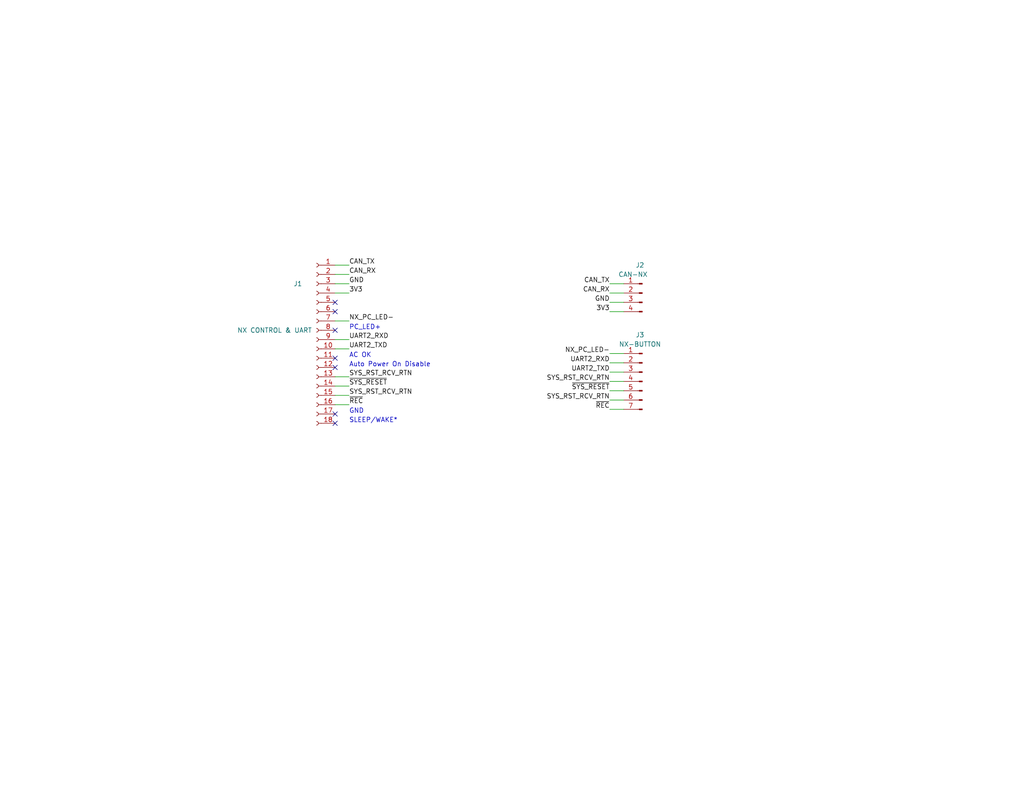
<source format=kicad_sch>
(kicad_sch (version 20230121) (generator eeschema)
  (paper "A")
  (title_block (title "Button Interface") (date "2024-01-05") (rev "1"))
  (lib_symbols
    (symbol "Connector:Conn_01x04_Pin" (pin_names (offset 1.016) hide)
      (property "Reference" "J" (at 0 5.08 0))
      (property "Value" "Conn_01x04_Pin" (at 0 -7.62 0))
      (symbol "Conn_01x04_Pin_1_1"
        (polyline (pts (xy 1.27 -5.08) (xy 0.8636 -5.08)) (stroke (width 0.1524)))
        (polyline (pts (xy 1.27 -2.54) (xy 0.8636 -2.54)) (stroke (width 0.1524)))
        (polyline (pts (xy 1.27 0) (xy 0.8636 0)) (stroke (width 0.1524)))
        (polyline (pts (xy 1.27 2.54) (xy 0.8636 2.54)) (stroke (width 0.1524)))
        (rectangle (start 0.8636 -4.953) (end 0 -5.207) (stroke (width 0.1524)) (fill (type outline)))
        (rectangle (start 0.8636 -2.413) (end 0 -2.667) (stroke (width 0.1524)) (fill (type outline)))
        (rectangle (start 0.8636 0.127) (end 0 -0.127) (stroke (width 0.1524)) (fill (type outline)))
        (rectangle (start 0.8636 2.667) (end 0 2.413) (stroke (width 0.1524)) (fill (type outline)))
        (pin passive line (at 5.08 2.54 180) (length 3.81) (name "Pin_1") (number "1"))
        (pin passive line (at 5.08 0 180) (length 3.81) (name "Pin_2") (number "2"))
        (pin passive line (at 5.08 -2.54 180) (length 3.81) (name "Pin_3") (number "3"))
        (pin passive line (at 5.08 -5.08 180) (length 3.81) (name "Pin_4") (number "4"))
      )
    )
    (symbol "Connector:Conn_01x07_Pin" (pin_names (offset 1.016) hide)
      (property "Reference" "J" (at 0 10.16 0))
      (property "Value" "Conn_01x07_Pin" (at 0 -10.16 0))
      (symbol "Conn_01x07_Pin_1_1"
        (polyline (pts (xy 1.27 -7.62) (xy 0.8636 -7.62)) (stroke (width 0.1524)))
        (polyline (pts (xy 1.27 -5.08) (xy 0.8636 -5.08)) (stroke (width 0.1524)))
        (polyline (pts (xy 1.27 -2.54) (xy 0.8636 -2.54)) (stroke (width 0.1524)))
        (polyline (pts (xy 1.27 0) (xy 0.8636 0)) (stroke (width 0.1524)))
        (polyline (pts (xy 1.27 2.54) (xy 0.8636 2.54)) (stroke (width 0.1524)))
        (polyline (pts (xy 1.27 5.08) (xy 0.8636 5.08)) (stroke (width 0.1524)))
        (polyline (pts (xy 1.27 7.62) (xy 0.8636 7.62)) (stroke (width 0.1524)))
        (rectangle (start 0.8636 -7.493) (end 0 -7.747) (stroke (width 0.1524)) (fill (type outline)))
        (rectangle (start 0.8636 -4.953) (end 0 -5.207) (stroke (width 0.1524)) (fill (type outline)))
        (rectangle (start 0.8636 -2.413) (end 0 -2.667) (stroke (width 0.1524)) (fill (type outline)))
        (rectangle (start 0.8636 0.127) (end 0 -0.127) (stroke (width 0.1524)) (fill (type outline)))
        (rectangle (start 0.8636 2.667) (end 0 2.413) (stroke (width 0.1524)) (fill (type outline)))
        (rectangle (start 0.8636 5.207) (end 0 4.953) (stroke (width 0.1524)) (fill (type outline)))
        (rectangle (start 0.8636 7.747) (end 0 7.493) (stroke (width 0.1524)) (fill (type outline)))
        (pin passive line (at 5.08 7.62 180) (length 3.81) (name "Pin_1") (number "1"))
        (pin passive line (at 5.08 5.08 180) (length 3.81) (name "Pin_2") (number "2"))
        (pin passive line (at 5.08 2.54 180) (length 3.81) (name "Pin_3") (number "3"))
        (pin passive line (at 5.08 0 180) (length 3.81) (name "Pin_4") (number "4"))
        (pin passive line (at 5.08 -2.54 180) (length 3.81) (name "Pin_5") (number "5"))
        (pin passive line (at 5.08 -5.08 180) (length 3.81) (name "Pin_6") (number "6"))
        (pin passive line (at 5.08 -7.62 180) (length 3.81) (name "Pin_7") (number "7"))
      )
    )
    (symbol "Connector:Conn_01x18_Socket" (pin_names (offset 1.016) hide)
      (property "Reference" "J" (at 0 22.86 0))
      (property "Value" "Conn_01x18_Socket" (at 0 -25.4 0))
      (symbol "Conn_01x18_Socket_1_1"
        (arc (start 0 -22.352) (mid -0.5058 -22.86) (end 0 -23.368) (stroke (width 0.1524)))
        (arc (start 0 -19.812) (mid -0.5058 -20.32) (end 0 -20.828) (stroke (width 0.1524)))
        (arc (start 0 -17.272) (mid -0.5058 -17.78) (end 0 -18.288) (stroke (width 0.1524)))
        (arc (start 0 -14.732) (mid -0.5058 -15.24) (end 0 -15.748) (stroke (width 0.1524)))
        (arc (start 0 -12.192) (mid -0.5058 -12.7) (end 0 -13.208) (stroke (width 0.1524)))
        (arc (start 0 -9.652) (mid -0.5058 -10.16) (end 0 -10.668) (stroke (width 0.1524)))
        (arc (start 0 -7.112) (mid -0.5058 -7.62) (end 0 -8.128) (stroke (width 0.1524)))
        (arc (start 0 -4.572) (mid -0.5058 -5.08) (end 0 -5.588) (stroke (width 0.1524)))
        (arc (start 0 -2.032) (mid -0.5058 -2.54) (end 0 -3.048) (stroke (width 0.1524)))
        (polyline (pts (xy -1.27 -22.86) (xy -0.508 -22.86)) (stroke (width 0.1524)))
        (polyline (pts (xy -1.27 -20.32) (xy -0.508 -20.32)) (stroke (width 0.1524)))
        (polyline (pts (xy -1.27 -17.78) (xy -0.508 -17.78)) (stroke (width 0.1524)))
        (polyline (pts (xy -1.27 -15.24) (xy -0.508 -15.24)) (stroke (width 0.1524)))
        (polyline (pts (xy -1.27 -12.7) (xy -0.508 -12.7)) (stroke (width 0.1524)))
        (polyline (pts (xy -1.27 -10.16) (xy -0.508 -10.16)) (stroke (width 0.1524)))
        (polyline (pts (xy -1.27 -7.62) (xy -0.508 -7.62)) (stroke (width 0.1524)))
        (polyline (pts (xy -1.27 -5.08) (xy -0.508 -5.08)) (stroke (width 0.1524)))
        (polyline (pts (xy -1.27 -2.54) (xy -0.508 -2.54)) (stroke (width 0.1524)))
        (polyline (pts (xy -1.27 0) (xy -0.508 0)) (stroke (width 0.1524)))
        (polyline (pts (xy -1.27 2.54) (xy -0.508 2.54)) (stroke (width 0.1524)))
        (polyline (pts (xy -1.27 5.08) (xy -0.508 5.08)) (stroke (width 0.1524)))
        (polyline (pts (xy -1.27 7.62) (xy -0.508 7.62)) (stroke (width 0.1524)))
        (polyline (pts (xy -1.27 10.16) (xy -0.508 10.16)) (stroke (width 0.1524)))
        (polyline (pts (xy -1.27 12.7) (xy -0.508 12.7)) (stroke (width 0.1524)))
        (polyline (pts (xy -1.27 15.24) (xy -0.508 15.24)) (stroke (width 0.1524)))
        (polyline (pts (xy -1.27 17.78) (xy -0.508 17.78)) (stroke (width 0.1524)))
        (polyline (pts (xy -1.27 20.32) (xy -0.508 20.32)) (stroke (width 0.1524)))
        (arc (start 0 0.508) (mid -0.5058 0) (end 0 -0.508) (stroke (width 0.1524)))
        (arc (start 0 3.048) (mid -0.5058 2.54) (end 0 2.032) (stroke (width 0.1524)))
        (arc (start 0 5.588) (mid -0.5058 5.08) (end 0 4.572) (stroke (width 0.1524)))
        (arc (start 0 8.128) (mid -0.5058 7.62) (end 0 7.112) (stroke (width 0.1524)))
        (arc (start 0 10.668) (mid -0.5058 10.16) (end 0 9.652) (stroke (width 0.1524)))
        (arc (start 0 13.208) (mid -0.5058 12.7) (end 0 12.192) (stroke (width 0.1524)))
        (arc (start 0 15.748) (mid -0.5058 15.24) (end 0 14.732) (stroke (width 0.1524)))
        (arc (start 0 18.288) (mid -0.5058 17.78) (end 0 17.272) (stroke (width 0.1524)))
        (arc (start 0 20.828) (mid -0.5058 20.32) (end 0 19.812) (stroke (width 0.1524)))
        (pin passive line (at -5.08 20.32 0) (length 3.81) (name "Pin_1") (number "1"))
        (pin passive line (at -5.08 -2.54 0) (length 3.81) (name "Pin_10") (number "10"))
        (pin passive line (at -5.08 -5.08 0) (length 3.81) (name "Pin_11") (number "11"))
        (pin passive line (at -5.08 -7.62 0) (length 3.81) (name "Pin_12") (number "12"))
        (pin passive line (at -5.08 -10.16 0) (length 3.81) (name "Pin_13") (number "13"))
        (pin passive line (at -5.08 -12.7 0) (length 3.81) (name "Pin_14") (number "14"))
        (pin passive line (at -5.08 -15.24 0) (length 3.81) (name "Pin_15") (number "15"))
        (pin passive line (at -5.08 -17.78 0) (length 3.81) (name "Pin_16") (number "16"))
        (pin passive line (at -5.08 -20.32 0) (length 3.81) (name "Pin_17") (number "17"))
        (pin passive line (at -5.08 -22.86 0) (length 3.81) (name "Pin_18") (number "18"))
        (pin passive line (at -5.08 17.78 0) (length 3.81) (name "Pin_2") (number "2"))
        (pin passive line (at -5.08 15.24 0) (length 3.81) (name "Pin_3") (number "3"))
        (pin passive line (at -5.08 12.7 0) (length 3.81) (name "Pin_4") (number "4"))
        (pin passive line (at -5.08 10.16 0) (length 3.81) (name "Pin_5") (number "5"))
        (pin passive line (at -5.08 7.62 0) (length 3.81) (name "Pin_6") (number "6"))
        (pin passive line (at -5.08 5.08 0) (length 3.81) (name "Pin_7") (number "7"))
        (pin passive line (at -5.08 2.54 0) (length 3.81) (name "Pin_8") (number "8"))
        (pin passive line (at -5.08 0 0) (length 3.81) (name "Pin_9") (number "9"))
      )
    )
  )
  (no_connect (at 91.44 115.57))
  (no_connect (at 91.44 100.33))
  (no_connect (at 91.44 85.09))
  (no_connect (at 91.44 90.17))
  (no_connect (at 91.44 82.55))
  (no_connect (at 91.44 113.03))
  (no_connect (at 91.44 97.79))
  (wire (pts (xy 95.25 105.41) (xy 91.44 105.41)))
  (wire (pts (xy 95.25 87.63) (xy 91.44 87.63)))
  (wire (pts (xy 95.25 77.47) (xy 91.44 77.47)))
  (wire (pts (xy 95.25 92.71) (xy 91.44 92.71)))
  (wire (pts (xy 166.37 77.47) (xy 170.18 77.47)))
  (wire (pts (xy 95.25 107.95) (xy 91.44 107.95)))
  (wire (pts (xy 166.37 104.14) (xy 170.18 104.14)))
  (wire (pts (xy 166.37 82.55) (xy 170.18 82.55)))
  (wire (pts (xy 95.25 95.25) (xy 91.44 95.25)))
  (wire (pts (xy 95.25 72.39) (xy 91.44 72.39)))
  (wire (pts (xy 95.25 74.93) (xy 91.44 74.93)))
  (wire (pts (xy 166.37 111.76) (xy 170.18 111.76)))
  (wire (pts (xy 166.37 101.6) (xy 170.18 101.6)))
  (wire (pts (xy 166.37 96.52) (xy 170.18 96.52)))
  (wire (pts (xy 166.37 85.09) (xy 170.18 85.09)))
  (wire (pts (xy 166.37 99.06) (xy 170.18 99.06)))
  (wire (pts (xy 166.37 80.01) (xy 170.18 80.01)))
  (wire (pts (xy 95.25 102.87) (xy 91.44 102.87)))
  (wire (pts (xy 166.37 106.68) (xy 170.18 106.68)))
  (wire (pts (xy 95.25 110.49) (xy 91.44 110.49)))
  (wire (pts (xy 166.37 109.22) (xy 170.18 109.22)))
  (wire (pts (xy 95.25 80.01) (xy 91.44 80.01)))
  (text "AC OK" (at 95.25 97.79 0) (effects (font (size 1.27 1.27)) (justify left bottom)))
  (text "GND" (at 95.25 113.03 0) (effects (font (size 1.27 1.27)) (justify left bottom)))
  (text "PC_LED+" (at 95.25 90.17 0) (effects (font (size 1.27 1.27)) (justify left bottom)))
  (text "Auto Power On Disable" (at 95.25 100.33 0) (effects (font (size 1.27 1.27)) (justify left bottom)))
  (text "SLEEP/WAKE*" (at 95.25 115.57 0) (effects (font (size 1.27 1.27)) (justify left bottom)))
  (label "~{SYS_RESET}" (at 95.25 105.41 0))
  (label "UART2_TXD" (at 166.37 101.6 180))
  (label "CAN_TX" (at 95.25 72.39 0))
  (label "3V3" (at 166.37 85.09 180))
  (label "GND" (at 95.25 77.47 0))
  (label "~{REC}" (at 95.25 110.49 0))
  (label "UART2_RXD" (at 166.37 99.06 180))
  (label "~{REC}" (at 166.37 111.76 180))
  (label "CAN_RX" (at 95.25 74.93 0))
  (label "3V3" (at 95.25 80.01 0))
  (label "CAN_TX" (at 166.37 77.47 180))
  (label "~{SYS_RESET}" (at 166.37 106.68 180))
  (label "NX_PC_LED-" (at 166.37 96.52 180))
  (label "CAN_RX" (at 166.37 80.01 180))
  (label "SYS_RST_RCV_RTN" (at 95.25 107.95 0))
  (label "GND" (at 166.37 82.55 180))
  (label "UART2_RXD" (at 95.25 92.71 0))
  (label "SYS_RST_RCV_RTN" (at 166.37 109.22 180))
  (label "UART2_TXD" (at 95.25 95.25 0))
  (label "NX_PC_LED-" (at 95.25 87.63 0))
  (label "SYS_RST_RCV_RTN" (at 166.37 104.14 180))
  (label "SYS_RST_RCV_RTN" (at 95.25 102.87 0))
  (symbol (lib_id "Connector:Conn_01x04_Pin") (at 175.26 80.01 0) (mirror y) (unit 1)
    (property "Reference" "J2" (at 174.625 72.39 0))
    (property "Value" "CAN-NX" (at 172.72 74.93 0))
    (property "Footprint" "NX-ButtonInterface:70543-0003" (effects hide))
    (property "Datasheet" "Components/Molex-70543-0001.pdf" (effects hide))
    (property "MFG" "Molex" (effects hide))
    (property "MFG P/N" "0705430003" (effects hide))
    (property "DIST" "Digikey" (effects hide))
    (property "DIST P/N" "WM4802-ND" (effects hide))
  )
  (symbol (lib_id "Connector:Conn_01x07_Pin") (at 175.26 104.14 0) (mirror y) (unit 1)
    (property "Reference" "J3" (at 174.625 91.44 0))
    (property "Value" "NX-BUTTON" (at 174.625 93.98 0))
    (property "Footprint" "NX-ButtonInterface:70543-0006" (effects hide))
    (property "Datasheet" "Components/Molex-70543-0001.pdf" (effects hide))
    (property "DIST" "Digikey" (effects hide))
    (property "DIST P/N" "WM4805-ND" (effects hide))
    (property "MFG" "Molex" (effects hide))
    (property "MFG P/N" "0705430006" (effects hide))
  )
  (symbol (lib_id "Connector:Conn_01x18_Socket") (at 86.36 92.71 0) (mirror y) (unit 1)
    (property "Reference" "J1" (at 81.28 77.47 0))
    (property "Value" "NX CONTROL & UART" (at 74.93 90.17 0))
    (property "Footprint" "Connector_PinSocket_2.54mm:PinSocket_1x18_P2.54mm_Vertical" (effects hide))
    (property "Datasheet" "Components/Sullins-Female_Headers.100_DS.pdf" (effects hide))
    (property "MFG" "Sullins Connector Solutions" (effects hide))
    (property "MFG P/N" "PPTC181LFBN-RC" (effects hide))
    (property "DIST" "Digikey" (effects hide))
    (property "DIST P/N" "S7016-ND" (effects hide))
  )
)
</source>
